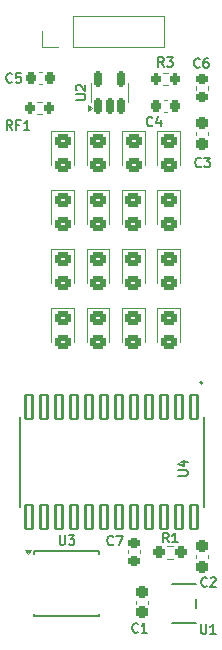
<source format=gbr>
G04 #@! TF.GenerationSoftware,KiCad,Pcbnew,8.0.1*
G04 #@! TF.CreationDate,2025-02-25T21:27:59-07:00*
G04 #@! TF.ProjectId,LEDDisplay,4c454444-6973-4706-9c61-792e6b696361,rev?*
G04 #@! TF.SameCoordinates,Original*
G04 #@! TF.FileFunction,Legend,Top*
G04 #@! TF.FilePolarity,Positive*
%FSLAX46Y46*%
G04 Gerber Fmt 4.6, Leading zero omitted, Abs format (unit mm)*
G04 Created by KiCad (PCBNEW 8.0.1) date 2025-02-25 21:27:59*
%MOMM*%
%LPD*%
G01*
G04 APERTURE LIST*
G04 Aperture macros list*
%AMRoundRect*
0 Rectangle with rounded corners*
0 $1 Rounding radius*
0 $2 $3 $4 $5 $6 $7 $8 $9 X,Y pos of 4 corners*
0 Add a 4 corners polygon primitive as box body*
4,1,4,$2,$3,$4,$5,$6,$7,$8,$9,$2,$3,0*
0 Add four circle primitives for the rounded corners*
1,1,$1+$1,$2,$3*
1,1,$1+$1,$4,$5*
1,1,$1+$1,$6,$7*
1,1,$1+$1,$8,$9*
0 Add four rect primitives between the rounded corners*
20,1,$1+$1,$2,$3,$4,$5,0*
20,1,$1+$1,$4,$5,$6,$7,0*
20,1,$1+$1,$6,$7,$8,$9,0*
20,1,$1+$1,$8,$9,$2,$3,0*%
G04 Aperture macros list end*
%ADD10C,0.150000*%
%ADD11C,0.120000*%
%ADD12C,0.152400*%
%ADD13C,0.127000*%
%ADD14C,0.200000*%
%ADD15RoundRect,0.237500X-0.250000X-0.237500X0.250000X-0.237500X0.250000X0.237500X-0.250000X0.237500X0*%
%ADD16RoundRect,0.237500X0.237500X-0.300000X0.237500X0.300000X-0.237500X0.300000X-0.237500X-0.300000X0*%
%ADD17R,1.700000X1.700000*%
%ADD18O,1.700000X1.700000*%
%ADD19RoundRect,0.150000X0.150000X-0.512500X0.150000X0.512500X-0.150000X0.512500X-0.150000X-0.512500X0*%
%ADD20RoundRect,0.250000X-0.450000X0.325000X-0.450000X-0.325000X0.450000X-0.325000X0.450000X0.325000X0*%
%ADD21RoundRect,0.200000X-0.200000X-0.275000X0.200000X-0.275000X0.200000X0.275000X-0.200000X0.275000X0*%
%ADD22RoundRect,0.225000X0.225000X0.250000X-0.225000X0.250000X-0.225000X-0.250000X0.225000X-0.250000X0*%
%ADD23R,1.320800X0.508000*%
%ADD24RoundRect,0.237500X-0.237500X0.300000X-0.237500X-0.300000X0.237500X-0.300000X0.237500X0.300000X0*%
%ADD25RoundRect,0.100500X-0.301500X1.026500X-0.301500X-1.026500X0.301500X-1.026500X0.301500X1.026500X0*%
%ADD26RoundRect,0.225000X0.250000X-0.225000X0.250000X0.225000X-0.250000X0.225000X-0.250000X-0.225000X0*%
%ADD27RoundRect,0.200000X0.200000X0.275000X-0.200000X0.275000X-0.200000X-0.275000X0.200000X-0.275000X0*%
%ADD28R,1.700000X0.650000*%
G04 APERTURE END LIST*
D10*
X209006667Y-102982295D02*
X208740000Y-102601342D01*
X208549524Y-102982295D02*
X208549524Y-102182295D01*
X208549524Y-102182295D02*
X208854286Y-102182295D01*
X208854286Y-102182295D02*
X208930476Y-102220390D01*
X208930476Y-102220390D02*
X208968571Y-102258485D01*
X208968571Y-102258485D02*
X209006667Y-102334676D01*
X209006667Y-102334676D02*
X209006667Y-102448961D01*
X209006667Y-102448961D02*
X208968571Y-102525152D01*
X208968571Y-102525152D02*
X208930476Y-102563247D01*
X208930476Y-102563247D02*
X208854286Y-102601342D01*
X208854286Y-102601342D02*
X208549524Y-102601342D01*
X209768571Y-102982295D02*
X209311428Y-102982295D01*
X209540000Y-102982295D02*
X209540000Y-102182295D01*
X209540000Y-102182295D02*
X209463809Y-102296580D01*
X209463809Y-102296580D02*
X209387619Y-102372771D01*
X209387619Y-102372771D02*
X209311428Y-102410866D01*
X212226667Y-106676104D02*
X212188571Y-106714200D01*
X212188571Y-106714200D02*
X212074286Y-106752295D01*
X212074286Y-106752295D02*
X211998095Y-106752295D01*
X211998095Y-106752295D02*
X211883809Y-106714200D01*
X211883809Y-106714200D02*
X211807619Y-106638009D01*
X211807619Y-106638009D02*
X211769524Y-106561819D01*
X211769524Y-106561819D02*
X211731428Y-106409438D01*
X211731428Y-106409438D02*
X211731428Y-106295152D01*
X211731428Y-106295152D02*
X211769524Y-106142771D01*
X211769524Y-106142771D02*
X211807619Y-106066580D01*
X211807619Y-106066580D02*
X211883809Y-105990390D01*
X211883809Y-105990390D02*
X211998095Y-105952295D01*
X211998095Y-105952295D02*
X212074286Y-105952295D01*
X212074286Y-105952295D02*
X212188571Y-105990390D01*
X212188571Y-105990390D02*
X212226667Y-106028485D01*
X212531428Y-106028485D02*
X212569524Y-105990390D01*
X212569524Y-105990390D02*
X212645714Y-105952295D01*
X212645714Y-105952295D02*
X212836190Y-105952295D01*
X212836190Y-105952295D02*
X212912381Y-105990390D01*
X212912381Y-105990390D02*
X212950476Y-106028485D01*
X212950476Y-106028485D02*
X212988571Y-106104676D01*
X212988571Y-106104676D02*
X212988571Y-106180866D01*
X212988571Y-106180866D02*
X212950476Y-106295152D01*
X212950476Y-106295152D02*
X212493333Y-106752295D01*
X212493333Y-106752295D02*
X212988571Y-106752295D01*
X201142295Y-65522023D02*
X201789914Y-65522023D01*
X201789914Y-65522023D02*
X201866104Y-65483928D01*
X201866104Y-65483928D02*
X201904200Y-65445833D01*
X201904200Y-65445833D02*
X201942295Y-65369642D01*
X201942295Y-65369642D02*
X201942295Y-65217261D01*
X201942295Y-65217261D02*
X201904200Y-65141071D01*
X201904200Y-65141071D02*
X201866104Y-65102976D01*
X201866104Y-65102976D02*
X201789914Y-65064880D01*
X201789914Y-65064880D02*
X201142295Y-65064880D01*
X201218485Y-64722024D02*
X201180390Y-64683928D01*
X201180390Y-64683928D02*
X201142295Y-64607738D01*
X201142295Y-64607738D02*
X201142295Y-64417262D01*
X201142295Y-64417262D02*
X201180390Y-64341071D01*
X201180390Y-64341071D02*
X201218485Y-64302976D01*
X201218485Y-64302976D02*
X201294676Y-64264881D01*
X201294676Y-64264881D02*
X201370866Y-64264881D01*
X201370866Y-64264881D02*
X201485152Y-64302976D01*
X201485152Y-64302976D02*
X201942295Y-64760119D01*
X201942295Y-64760119D02*
X201942295Y-64264881D01*
X208581667Y-62712295D02*
X208315000Y-62331342D01*
X208124524Y-62712295D02*
X208124524Y-61912295D01*
X208124524Y-61912295D02*
X208429286Y-61912295D01*
X208429286Y-61912295D02*
X208505476Y-61950390D01*
X208505476Y-61950390D02*
X208543571Y-61988485D01*
X208543571Y-61988485D02*
X208581667Y-62064676D01*
X208581667Y-62064676D02*
X208581667Y-62178961D01*
X208581667Y-62178961D02*
X208543571Y-62255152D01*
X208543571Y-62255152D02*
X208505476Y-62293247D01*
X208505476Y-62293247D02*
X208429286Y-62331342D01*
X208429286Y-62331342D02*
X208124524Y-62331342D01*
X208848333Y-61912295D02*
X209343571Y-61912295D01*
X209343571Y-61912295D02*
X209076905Y-62217057D01*
X209076905Y-62217057D02*
X209191190Y-62217057D01*
X209191190Y-62217057D02*
X209267381Y-62255152D01*
X209267381Y-62255152D02*
X209305476Y-62293247D01*
X209305476Y-62293247D02*
X209343571Y-62369438D01*
X209343571Y-62369438D02*
X209343571Y-62559914D01*
X209343571Y-62559914D02*
X209305476Y-62636104D01*
X209305476Y-62636104D02*
X209267381Y-62674200D01*
X209267381Y-62674200D02*
X209191190Y-62712295D01*
X209191190Y-62712295D02*
X208962619Y-62712295D01*
X208962619Y-62712295D02*
X208886428Y-62674200D01*
X208886428Y-62674200D02*
X208848333Y-62636104D01*
X207616667Y-67676104D02*
X207578571Y-67714200D01*
X207578571Y-67714200D02*
X207464286Y-67752295D01*
X207464286Y-67752295D02*
X207388095Y-67752295D01*
X207388095Y-67752295D02*
X207273809Y-67714200D01*
X207273809Y-67714200D02*
X207197619Y-67638009D01*
X207197619Y-67638009D02*
X207159524Y-67561819D01*
X207159524Y-67561819D02*
X207121428Y-67409438D01*
X207121428Y-67409438D02*
X207121428Y-67295152D01*
X207121428Y-67295152D02*
X207159524Y-67142771D01*
X207159524Y-67142771D02*
X207197619Y-67066580D01*
X207197619Y-67066580D02*
X207273809Y-66990390D01*
X207273809Y-66990390D02*
X207388095Y-66952295D01*
X207388095Y-66952295D02*
X207464286Y-66952295D01*
X207464286Y-66952295D02*
X207578571Y-66990390D01*
X207578571Y-66990390D02*
X207616667Y-67028485D01*
X208302381Y-67218961D02*
X208302381Y-67752295D01*
X208111905Y-66914200D02*
X207921428Y-67485628D01*
X207921428Y-67485628D02*
X208416667Y-67485628D01*
X211720476Y-109912295D02*
X211720476Y-110559914D01*
X211720476Y-110559914D02*
X211758571Y-110636104D01*
X211758571Y-110636104D02*
X211796666Y-110674200D01*
X211796666Y-110674200D02*
X211872857Y-110712295D01*
X211872857Y-110712295D02*
X212025238Y-110712295D01*
X212025238Y-110712295D02*
X212101428Y-110674200D01*
X212101428Y-110674200D02*
X212139523Y-110636104D01*
X212139523Y-110636104D02*
X212177619Y-110559914D01*
X212177619Y-110559914D02*
X212177619Y-109912295D01*
X212977618Y-110712295D02*
X212520475Y-110712295D01*
X212749047Y-110712295D02*
X212749047Y-109912295D01*
X212749047Y-109912295D02*
X212672856Y-110026580D01*
X212672856Y-110026580D02*
X212596666Y-110102771D01*
X212596666Y-110102771D02*
X212520475Y-110140866D01*
X206396667Y-110546104D02*
X206358571Y-110584200D01*
X206358571Y-110584200D02*
X206244286Y-110622295D01*
X206244286Y-110622295D02*
X206168095Y-110622295D01*
X206168095Y-110622295D02*
X206053809Y-110584200D01*
X206053809Y-110584200D02*
X205977619Y-110508009D01*
X205977619Y-110508009D02*
X205939524Y-110431819D01*
X205939524Y-110431819D02*
X205901428Y-110279438D01*
X205901428Y-110279438D02*
X205901428Y-110165152D01*
X205901428Y-110165152D02*
X205939524Y-110012771D01*
X205939524Y-110012771D02*
X205977619Y-109936580D01*
X205977619Y-109936580D02*
X206053809Y-109860390D01*
X206053809Y-109860390D02*
X206168095Y-109822295D01*
X206168095Y-109822295D02*
X206244286Y-109822295D01*
X206244286Y-109822295D02*
X206358571Y-109860390D01*
X206358571Y-109860390D02*
X206396667Y-109898485D01*
X207158571Y-110622295D02*
X206701428Y-110622295D01*
X206930000Y-110622295D02*
X206930000Y-109822295D01*
X206930000Y-109822295D02*
X206853809Y-109936580D01*
X206853809Y-109936580D02*
X206777619Y-110012771D01*
X206777619Y-110012771D02*
X206701428Y-110050866D01*
X209792295Y-97329523D02*
X210439914Y-97329523D01*
X210439914Y-97329523D02*
X210516104Y-97291428D01*
X210516104Y-97291428D02*
X210554200Y-97253333D01*
X210554200Y-97253333D02*
X210592295Y-97177142D01*
X210592295Y-97177142D02*
X210592295Y-97024761D01*
X210592295Y-97024761D02*
X210554200Y-96948571D01*
X210554200Y-96948571D02*
X210516104Y-96910476D01*
X210516104Y-96910476D02*
X210439914Y-96872380D01*
X210439914Y-96872380D02*
X209792295Y-96872380D01*
X210058961Y-96148571D02*
X210592295Y-96148571D01*
X209754200Y-96339047D02*
X210325628Y-96529524D01*
X210325628Y-96529524D02*
X210325628Y-96034285D01*
X204296667Y-103166104D02*
X204258571Y-103204200D01*
X204258571Y-103204200D02*
X204144286Y-103242295D01*
X204144286Y-103242295D02*
X204068095Y-103242295D01*
X204068095Y-103242295D02*
X203953809Y-103204200D01*
X203953809Y-103204200D02*
X203877619Y-103128009D01*
X203877619Y-103128009D02*
X203839524Y-103051819D01*
X203839524Y-103051819D02*
X203801428Y-102899438D01*
X203801428Y-102899438D02*
X203801428Y-102785152D01*
X203801428Y-102785152D02*
X203839524Y-102632771D01*
X203839524Y-102632771D02*
X203877619Y-102556580D01*
X203877619Y-102556580D02*
X203953809Y-102480390D01*
X203953809Y-102480390D02*
X204068095Y-102442295D01*
X204068095Y-102442295D02*
X204144286Y-102442295D01*
X204144286Y-102442295D02*
X204258571Y-102480390D01*
X204258571Y-102480390D02*
X204296667Y-102518485D01*
X204563333Y-102442295D02*
X205096667Y-102442295D01*
X205096667Y-102442295D02*
X204753809Y-103242295D01*
X195726667Y-63986104D02*
X195688571Y-64024200D01*
X195688571Y-64024200D02*
X195574286Y-64062295D01*
X195574286Y-64062295D02*
X195498095Y-64062295D01*
X195498095Y-64062295D02*
X195383809Y-64024200D01*
X195383809Y-64024200D02*
X195307619Y-63948009D01*
X195307619Y-63948009D02*
X195269524Y-63871819D01*
X195269524Y-63871819D02*
X195231428Y-63719438D01*
X195231428Y-63719438D02*
X195231428Y-63605152D01*
X195231428Y-63605152D02*
X195269524Y-63452771D01*
X195269524Y-63452771D02*
X195307619Y-63376580D01*
X195307619Y-63376580D02*
X195383809Y-63300390D01*
X195383809Y-63300390D02*
X195498095Y-63262295D01*
X195498095Y-63262295D02*
X195574286Y-63262295D01*
X195574286Y-63262295D02*
X195688571Y-63300390D01*
X195688571Y-63300390D02*
X195726667Y-63338485D01*
X196450476Y-63262295D02*
X196069524Y-63262295D01*
X196069524Y-63262295D02*
X196031428Y-63643247D01*
X196031428Y-63643247D02*
X196069524Y-63605152D01*
X196069524Y-63605152D02*
X196145714Y-63567057D01*
X196145714Y-63567057D02*
X196336190Y-63567057D01*
X196336190Y-63567057D02*
X196412381Y-63605152D01*
X196412381Y-63605152D02*
X196450476Y-63643247D01*
X196450476Y-63643247D02*
X196488571Y-63719438D01*
X196488571Y-63719438D02*
X196488571Y-63909914D01*
X196488571Y-63909914D02*
X196450476Y-63986104D01*
X196450476Y-63986104D02*
X196412381Y-64024200D01*
X196412381Y-64024200D02*
X196336190Y-64062295D01*
X196336190Y-64062295D02*
X196145714Y-64062295D01*
X196145714Y-64062295D02*
X196069524Y-64024200D01*
X196069524Y-64024200D02*
X196031428Y-63986104D01*
X195743810Y-68052295D02*
X195477143Y-67671342D01*
X195286667Y-68052295D02*
X195286667Y-67252295D01*
X195286667Y-67252295D02*
X195591429Y-67252295D01*
X195591429Y-67252295D02*
X195667619Y-67290390D01*
X195667619Y-67290390D02*
X195705714Y-67328485D01*
X195705714Y-67328485D02*
X195743810Y-67404676D01*
X195743810Y-67404676D02*
X195743810Y-67518961D01*
X195743810Y-67518961D02*
X195705714Y-67595152D01*
X195705714Y-67595152D02*
X195667619Y-67633247D01*
X195667619Y-67633247D02*
X195591429Y-67671342D01*
X195591429Y-67671342D02*
X195286667Y-67671342D01*
X196353333Y-67633247D02*
X196086667Y-67633247D01*
X196086667Y-68052295D02*
X196086667Y-67252295D01*
X196086667Y-67252295D02*
X196467619Y-67252295D01*
X197191428Y-68052295D02*
X196734285Y-68052295D01*
X196962857Y-68052295D02*
X196962857Y-67252295D01*
X196962857Y-67252295D02*
X196886666Y-67366580D01*
X196886666Y-67366580D02*
X196810476Y-67442771D01*
X196810476Y-67442771D02*
X196734285Y-67480866D01*
X211726667Y-71126104D02*
X211688571Y-71164200D01*
X211688571Y-71164200D02*
X211574286Y-71202295D01*
X211574286Y-71202295D02*
X211498095Y-71202295D01*
X211498095Y-71202295D02*
X211383809Y-71164200D01*
X211383809Y-71164200D02*
X211307619Y-71088009D01*
X211307619Y-71088009D02*
X211269524Y-71011819D01*
X211269524Y-71011819D02*
X211231428Y-70859438D01*
X211231428Y-70859438D02*
X211231428Y-70745152D01*
X211231428Y-70745152D02*
X211269524Y-70592771D01*
X211269524Y-70592771D02*
X211307619Y-70516580D01*
X211307619Y-70516580D02*
X211383809Y-70440390D01*
X211383809Y-70440390D02*
X211498095Y-70402295D01*
X211498095Y-70402295D02*
X211574286Y-70402295D01*
X211574286Y-70402295D02*
X211688571Y-70440390D01*
X211688571Y-70440390D02*
X211726667Y-70478485D01*
X211993333Y-70402295D02*
X212488571Y-70402295D01*
X212488571Y-70402295D02*
X212221905Y-70707057D01*
X212221905Y-70707057D02*
X212336190Y-70707057D01*
X212336190Y-70707057D02*
X212412381Y-70745152D01*
X212412381Y-70745152D02*
X212450476Y-70783247D01*
X212450476Y-70783247D02*
X212488571Y-70859438D01*
X212488571Y-70859438D02*
X212488571Y-71049914D01*
X212488571Y-71049914D02*
X212450476Y-71126104D01*
X212450476Y-71126104D02*
X212412381Y-71164200D01*
X212412381Y-71164200D02*
X212336190Y-71202295D01*
X212336190Y-71202295D02*
X212107619Y-71202295D01*
X212107619Y-71202295D02*
X212031428Y-71164200D01*
X212031428Y-71164200D02*
X211993333Y-71126104D01*
X199750476Y-102367295D02*
X199750476Y-103014914D01*
X199750476Y-103014914D02*
X199788571Y-103091104D01*
X199788571Y-103091104D02*
X199826666Y-103129200D01*
X199826666Y-103129200D02*
X199902857Y-103167295D01*
X199902857Y-103167295D02*
X200055238Y-103167295D01*
X200055238Y-103167295D02*
X200131428Y-103129200D01*
X200131428Y-103129200D02*
X200169523Y-103091104D01*
X200169523Y-103091104D02*
X200207619Y-103014914D01*
X200207619Y-103014914D02*
X200207619Y-102367295D01*
X200512380Y-102367295D02*
X201007618Y-102367295D01*
X201007618Y-102367295D02*
X200740952Y-102672057D01*
X200740952Y-102672057D02*
X200855237Y-102672057D01*
X200855237Y-102672057D02*
X200931428Y-102710152D01*
X200931428Y-102710152D02*
X200969523Y-102748247D01*
X200969523Y-102748247D02*
X201007618Y-102824438D01*
X201007618Y-102824438D02*
X201007618Y-103014914D01*
X201007618Y-103014914D02*
X200969523Y-103091104D01*
X200969523Y-103091104D02*
X200931428Y-103129200D01*
X200931428Y-103129200D02*
X200855237Y-103167295D01*
X200855237Y-103167295D02*
X200626666Y-103167295D01*
X200626666Y-103167295D02*
X200550475Y-103129200D01*
X200550475Y-103129200D02*
X200512380Y-103091104D01*
X211626667Y-62716104D02*
X211588571Y-62754200D01*
X211588571Y-62754200D02*
X211474286Y-62792295D01*
X211474286Y-62792295D02*
X211398095Y-62792295D01*
X211398095Y-62792295D02*
X211283809Y-62754200D01*
X211283809Y-62754200D02*
X211207619Y-62678009D01*
X211207619Y-62678009D02*
X211169524Y-62601819D01*
X211169524Y-62601819D02*
X211131428Y-62449438D01*
X211131428Y-62449438D02*
X211131428Y-62335152D01*
X211131428Y-62335152D02*
X211169524Y-62182771D01*
X211169524Y-62182771D02*
X211207619Y-62106580D01*
X211207619Y-62106580D02*
X211283809Y-62030390D01*
X211283809Y-62030390D02*
X211398095Y-61992295D01*
X211398095Y-61992295D02*
X211474286Y-61992295D01*
X211474286Y-61992295D02*
X211588571Y-62030390D01*
X211588571Y-62030390D02*
X211626667Y-62068485D01*
X212312381Y-61992295D02*
X212160000Y-61992295D01*
X212160000Y-61992295D02*
X212083809Y-62030390D01*
X212083809Y-62030390D02*
X212045714Y-62068485D01*
X212045714Y-62068485D02*
X211969524Y-62182771D01*
X211969524Y-62182771D02*
X211931428Y-62335152D01*
X211931428Y-62335152D02*
X211931428Y-62639914D01*
X211931428Y-62639914D02*
X211969524Y-62716104D01*
X211969524Y-62716104D02*
X212007619Y-62754200D01*
X212007619Y-62754200D02*
X212083809Y-62792295D01*
X212083809Y-62792295D02*
X212236190Y-62792295D01*
X212236190Y-62792295D02*
X212312381Y-62754200D01*
X212312381Y-62754200D02*
X212350476Y-62716104D01*
X212350476Y-62716104D02*
X212388571Y-62639914D01*
X212388571Y-62639914D02*
X212388571Y-62449438D01*
X212388571Y-62449438D02*
X212350476Y-62373247D01*
X212350476Y-62373247D02*
X212312381Y-62335152D01*
X212312381Y-62335152D02*
X212236190Y-62297057D01*
X212236190Y-62297057D02*
X212083809Y-62297057D01*
X212083809Y-62297057D02*
X212007619Y-62335152D01*
X212007619Y-62335152D02*
X211969524Y-62373247D01*
X211969524Y-62373247D02*
X211931428Y-62449438D01*
D11*
X208857776Y-103307500D02*
X209367224Y-103307500D01*
X208857776Y-104352500D02*
X209367224Y-104352500D01*
X211300000Y-104343767D02*
X211300000Y-104051233D01*
X212320000Y-104343767D02*
X212320000Y-104051233D01*
X198280000Y-61060000D02*
X198280000Y-59730000D01*
X199610000Y-61060000D02*
X198280000Y-61060000D01*
X200880000Y-58400000D02*
X208560000Y-58400000D01*
X200880000Y-61060000D02*
X200880000Y-58400000D01*
X200880000Y-61060000D02*
X208560000Y-61060000D01*
X208560000Y-61060000D02*
X208560000Y-58400000D01*
X202420000Y-64912500D02*
X202420000Y-64112500D01*
X202420000Y-64912500D02*
X202420000Y-65712500D01*
X205540000Y-64912500D02*
X205540000Y-64112500D01*
X205540000Y-64912500D02*
X205540000Y-65712500D01*
X202470000Y-66212500D02*
X202140000Y-66452500D01*
X202140000Y-65972500D01*
X202470000Y-66212500D01*
G36*
X202470000Y-66212500D02*
G01*
X202140000Y-66452500D01*
X202140000Y-65972500D01*
X202470000Y-66212500D01*
G37*
X208040000Y-73140000D02*
X208040000Y-76000000D01*
X209960000Y-73140000D02*
X208040000Y-73140000D01*
X209960000Y-76000000D02*
X209960000Y-73140000D01*
X208477742Y-63257500D02*
X208952258Y-63257500D01*
X208477742Y-64302500D02*
X208952258Y-64302500D01*
X202040000Y-83140000D02*
X202040000Y-86000000D01*
X203960000Y-83140000D02*
X202040000Y-83140000D01*
X203960000Y-86000000D02*
X203960000Y-83140000D01*
X205040000Y-73140000D02*
X205040000Y-76000000D01*
X206960000Y-73140000D02*
X205040000Y-73140000D01*
X206960000Y-76000000D02*
X206960000Y-73140000D01*
X199040000Y-73140000D02*
X199040000Y-76000000D01*
X200960000Y-73140000D02*
X199040000Y-73140000D01*
X200960000Y-76000000D02*
X200960000Y-73140000D01*
X202040000Y-68140000D02*
X202040000Y-71000000D01*
X203960000Y-68140000D02*
X202040000Y-68140000D01*
X203960000Y-71000000D02*
X203960000Y-68140000D01*
X208855580Y-65540000D02*
X208574420Y-65540000D01*
X208855580Y-66560000D02*
X208574420Y-66560000D01*
X205060000Y-68140000D02*
X205060000Y-71000000D01*
X206980000Y-68140000D02*
X205060000Y-68140000D01*
X206980000Y-71000000D02*
X206980000Y-68140000D01*
D12*
X209256700Y-109826401D02*
X211314100Y-109826401D01*
X211314100Y-106473601D02*
X209256700Y-106473601D01*
X211314100Y-108513262D02*
X211314100Y-107786740D01*
D11*
X206260000Y-107911233D02*
X206260000Y-108203767D01*
X207280000Y-107911233D02*
X207280000Y-108203767D01*
X205040000Y-78140000D02*
X205040000Y-81000000D01*
X206960000Y-78140000D02*
X205040000Y-78140000D01*
X206960000Y-81000000D02*
X206960000Y-78140000D01*
D13*
X196365000Y-92385000D02*
X196365000Y-99985000D01*
X211965000Y-92385000D02*
X211965000Y-99985000D01*
D14*
X211850000Y-89480000D02*
G75*
G02*
X211650000Y-89480000I-100000J0D01*
G01*
X211650000Y-89480000D02*
G75*
G02*
X211850000Y-89480000I100000J0D01*
G01*
D11*
X199040000Y-83140000D02*
X199040000Y-86000000D01*
X200960000Y-83140000D02*
X199040000Y-83140000D01*
X200960000Y-86000000D02*
X200960000Y-83140000D01*
X199040000Y-78140000D02*
X199040000Y-81000000D01*
X200960000Y-78140000D02*
X199040000Y-78140000D01*
X200960000Y-81000000D02*
X200960000Y-78140000D01*
X208040000Y-83140000D02*
X208040000Y-86000000D01*
X209960000Y-83140000D02*
X208040000Y-83140000D01*
X209960000Y-86000000D02*
X209960000Y-83140000D01*
X205580000Y-103915580D02*
X205580000Y-103634420D01*
X206600000Y-103915580D02*
X206600000Y-103634420D01*
X208040000Y-68140000D02*
X208040000Y-71000000D01*
X209960000Y-68140000D02*
X208040000Y-68140000D01*
X209960000Y-71000000D02*
X209960000Y-68140000D01*
X198265580Y-63190000D02*
X197984420Y-63190000D01*
X198265580Y-64210000D02*
X197984420Y-64210000D01*
X202040000Y-78140000D02*
X202040000Y-81000000D01*
X203960000Y-78140000D02*
X202040000Y-78140000D01*
X203960000Y-81000000D02*
X203960000Y-78140000D01*
X198292258Y-65677500D02*
X197817742Y-65677500D01*
X198292258Y-66722500D02*
X197817742Y-66722500D01*
X211310000Y-68508767D02*
X211310000Y-68216233D01*
X212330000Y-68508767D02*
X212330000Y-68216233D01*
D10*
X197610000Y-103730000D02*
X197610000Y-103935000D01*
X197610000Y-103730000D02*
X203110000Y-103730000D01*
X197610000Y-109240000D02*
X197610000Y-109035000D01*
X197610000Y-109240000D02*
X203110000Y-109240000D01*
X203110000Y-103730000D02*
X203110000Y-103935000D01*
X203110000Y-109240000D02*
X203110000Y-109035000D01*
D11*
X197060000Y-103985000D02*
X196820000Y-103655000D01*
X197300000Y-103655000D01*
X197060000Y-103985000D01*
G36*
X197060000Y-103985000D02*
G01*
X196820000Y-103655000D01*
X197300000Y-103655000D01*
X197060000Y-103985000D01*
G37*
X205040000Y-83140000D02*
X205040000Y-86000000D01*
X206960000Y-83140000D02*
X205040000Y-83140000D01*
X206960000Y-86000000D02*
X206960000Y-83140000D01*
X202040000Y-73140000D02*
X202040000Y-76000000D01*
X203960000Y-73140000D02*
X202040000Y-73140000D01*
X203960000Y-76000000D02*
X203960000Y-73140000D01*
X211300000Y-64645580D02*
X211300000Y-64364420D01*
X212320000Y-64645580D02*
X212320000Y-64364420D01*
X199040000Y-68140000D02*
X199040000Y-71000000D01*
X200960000Y-68140000D02*
X199040000Y-68140000D01*
X200960000Y-71000000D02*
X200960000Y-68140000D01*
X208040000Y-78140000D02*
X208040000Y-81000000D01*
X209960000Y-78140000D02*
X208040000Y-78140000D01*
X209960000Y-81000000D02*
X209960000Y-78140000D01*
%LPC*%
D15*
X208200000Y-103830000D03*
X210025000Y-103830000D03*
D16*
X211810000Y-105060000D03*
X211810000Y-103335000D03*
D17*
X199610000Y-59730000D03*
D18*
X202150000Y-59730000D03*
X204690000Y-59730000D03*
X207230000Y-59730000D03*
D19*
X203030000Y-66050000D03*
X203980000Y-66050000D03*
X204930000Y-66050000D03*
X204930000Y-63775000D03*
X203030000Y-63775000D03*
D20*
X209000000Y-73975000D03*
X209000000Y-76025000D03*
D21*
X207890000Y-63780000D03*
X209540000Y-63780000D03*
D20*
X203000000Y-83975000D03*
X203000000Y-86025000D03*
X206000000Y-73975000D03*
X206000000Y-76025000D03*
X200000000Y-73975000D03*
X200000000Y-76025000D03*
X203000000Y-68975000D03*
X203000000Y-71025000D03*
D22*
X209490000Y-66050000D03*
X207940000Y-66050000D03*
D20*
X206020000Y-68975000D03*
X206020000Y-71025000D03*
D23*
X208990000Y-107200000D03*
X208990000Y-108150001D03*
X208990000Y-109100002D03*
X211580800Y-109100002D03*
X211580800Y-107200000D03*
D24*
X206770000Y-107195000D03*
X206770000Y-108920000D03*
D20*
X206000000Y-78975000D03*
X206000000Y-81025000D03*
D25*
X211150000Y-91530000D03*
X209880000Y-91530000D03*
X208610000Y-91530000D03*
X207340000Y-91530000D03*
X206070000Y-91530000D03*
X204800000Y-91530000D03*
X203530000Y-91530000D03*
X202260000Y-91530000D03*
X200990000Y-91530000D03*
X199720000Y-91530000D03*
X198450000Y-91530000D03*
X197180000Y-91530000D03*
X197180000Y-100840000D03*
X198450000Y-100840000D03*
X199720000Y-100840000D03*
X200990000Y-100840000D03*
X202260000Y-100840000D03*
X203530000Y-100840000D03*
X204800000Y-100840000D03*
X206070000Y-100840000D03*
X207340000Y-100840000D03*
X208610000Y-100840000D03*
X209880000Y-100840000D03*
X211150000Y-100840000D03*
D20*
X200000000Y-83975000D03*
X200000000Y-86025000D03*
X200000000Y-78975000D03*
X200000000Y-81025000D03*
X209000000Y-83975000D03*
X209000000Y-86025000D03*
D26*
X206090000Y-104550000D03*
X206090000Y-103000000D03*
D20*
X209000000Y-68975000D03*
X209000000Y-71025000D03*
D22*
X198900000Y-63700000D03*
X197350000Y-63700000D03*
D20*
X203000000Y-78975000D03*
X203000000Y-81025000D03*
D27*
X198880000Y-66200000D03*
X197230000Y-66200000D03*
D16*
X211820000Y-69225000D03*
X211820000Y-67500000D03*
D28*
X196710000Y-104580000D03*
X196710000Y-105850000D03*
X196710000Y-107120000D03*
X196710000Y-108390000D03*
X204010000Y-108390000D03*
X204010000Y-107120000D03*
X204010000Y-105850000D03*
X204010000Y-104580000D03*
D20*
X206000000Y-83975000D03*
X206000000Y-86025000D03*
X203000000Y-73975000D03*
X203000000Y-76025000D03*
D26*
X211810000Y-65280000D03*
X211810000Y-63730000D03*
D20*
X200000000Y-68975000D03*
X200000000Y-71025000D03*
X209000000Y-78975000D03*
X209000000Y-81025000D03*
%LPD*%
M02*

</source>
